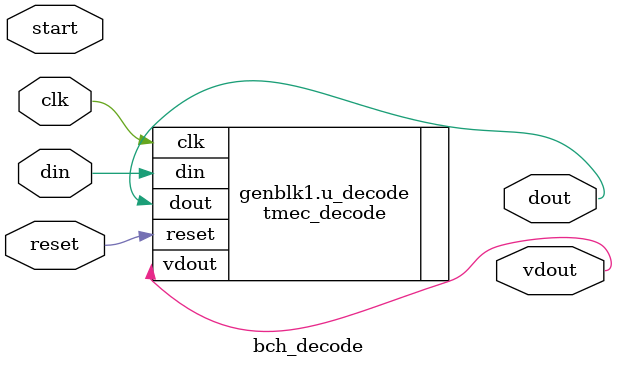
<source format=v>
`timescale 1ns / 1ps

module bch_decode #(
	parameter N = 15,
	parameter K = 5,
	parameter T = 3,	/* Correctable errors */
	parameter OPTION = "SERIAL"
) (
	input clk,
	input reset,
	input start,
	input din,
	output vdout,
	output dout
);

`include "bch.vh"

if (T < 3) begin
	dec_decode #(N, K, T) u_decode(
		.clk(clk),
		.start(start),
		.data_in(din),
		.output_valid(vdout),
		.data_out(dout)
	);
end else begin
	tmec_decode #(N, K, T, OPTION) u_decode(
		.clk(clk),
		.reset(reset),
		.din(din),
		.vdout(vdout),
		.dout(dout)
	);
end

endmodule

</source>
